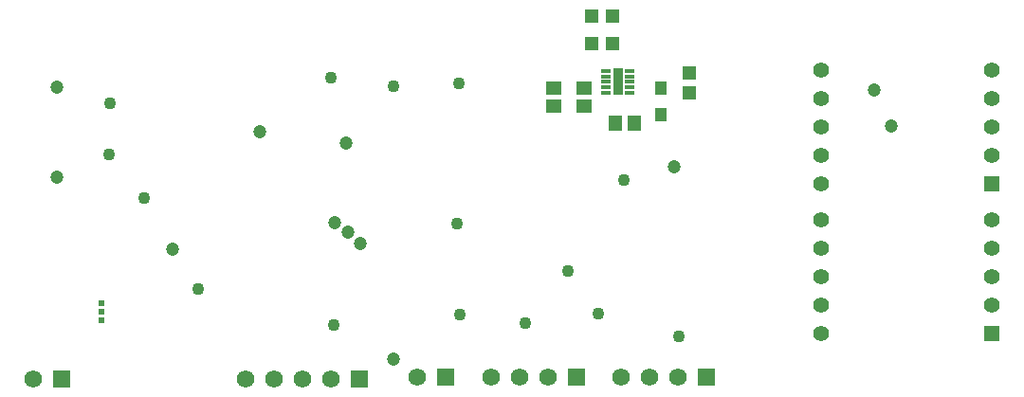
<source format=gbr>
G04*
G04 #@! TF.GenerationSoftware,Altium Limited,Altium Designer,24.7.2 (38)*
G04*
G04 Layer_Color=16711935*
%FSLAX25Y25*%
%MOIN*%
G70*
G04*
G04 #@! TF.SameCoordinates,557B2C77-FFCE-42D9-A2FA-4134FEC932EB*
G04*
G04*
G04 #@! TF.FilePolarity,Negative*
G04*
G01*
G75*
%ADD23R,0.04724X0.04724*%
%ADD29R,0.04940X0.05733*%
%ADD30R,0.03937X0.04528*%
%ADD31R,0.05733X0.04940*%
%ADD36R,0.04724X0.04724*%
G04:AMPARAMS|DCode=49|XSize=34.13mil|YSize=15.63mil|CornerRadius=2.87mil|HoleSize=0mil|Usage=FLASHONLY|Rotation=0.000|XOffset=0mil|YOffset=0mil|HoleType=Round|Shape=RoundedRectangle|*
%AMROUNDEDRECTD49*
21,1,0.03413,0.00989,0,0,0.0*
21,1,0.02839,0.01563,0,0,0.0*
1,1,0.00574,0.01420,-0.00494*
1,1,0.00574,-0.01420,-0.00494*
1,1,0.00574,-0.01420,0.00494*
1,1,0.00574,0.01420,0.00494*
%
%ADD49ROUNDEDRECTD49*%
%ADD50R,0.03607X0.09749*%
%ADD56C,0.02375*%
%ADD57C,0.04737*%
%ADD58C,0.06194*%
%ADD59R,0.06194X0.06194*%
%ADD60R,0.05595X0.05595*%
%ADD61C,0.05595*%
%ADD62C,0.04343*%
D23*
X247500Y127543D02*
D03*
Y120457D02*
D03*
D29*
X221749Y110000D02*
D03*
X228251D02*
D03*
D30*
X237500Y122126D02*
D03*
Y112874D02*
D03*
D31*
X210500Y115749D02*
D03*
Y122251D02*
D03*
X200000Y115749D02*
D03*
Y122251D02*
D03*
D36*
X213457Y138000D02*
D03*
X220543D02*
D03*
Y147500D02*
D03*
X213457D02*
D03*
D49*
X218483Y120503D02*
D03*
Y122472D02*
D03*
Y124440D02*
D03*
Y126409D02*
D03*
Y128377D02*
D03*
X226517D02*
D03*
Y126409D02*
D03*
Y124440D02*
D03*
Y122472D02*
D03*
Y120503D02*
D03*
D50*
X222500Y124440D02*
D03*
D56*
X41000Y46440D02*
D03*
X222500Y121500D02*
D03*
Y124440D02*
D03*
Y127380D02*
D03*
X41000Y43500D02*
D03*
Y40560D02*
D03*
D57*
X25205Y122488D02*
D03*
Y90992D02*
D03*
X312500Y121500D02*
D03*
X242255Y94666D02*
D03*
X143500Y27000D02*
D03*
X96500Y107000D02*
D03*
X66000Y65500D02*
D03*
X127000Y103000D02*
D03*
X132000Y67500D02*
D03*
X127500Y71500D02*
D03*
X123000Y75000D02*
D03*
X318500Y109000D02*
D03*
D58*
X178000Y20500D02*
D03*
X188000D02*
D03*
X198000D02*
D03*
X17000Y20000D02*
D03*
X152000Y20500D02*
D03*
X91500Y20000D02*
D03*
X101500D02*
D03*
X111500D02*
D03*
X121500D02*
D03*
X223500Y20500D02*
D03*
X233500D02*
D03*
X243500D02*
D03*
D59*
X208000D02*
D03*
X27000Y20000D02*
D03*
X162000Y20500D02*
D03*
X131500Y20000D02*
D03*
X253500Y20500D02*
D03*
D60*
X354000Y36000D02*
D03*
Y88500D02*
D03*
D61*
Y46000D02*
D03*
Y56000D02*
D03*
Y66000D02*
D03*
Y76000D02*
D03*
X294000D02*
D03*
Y66000D02*
D03*
Y56000D02*
D03*
Y46000D02*
D03*
Y36000D02*
D03*
X354000Y98500D02*
D03*
Y108500D02*
D03*
Y118500D02*
D03*
Y128500D02*
D03*
X294000D02*
D03*
Y118500D02*
D03*
Y108500D02*
D03*
Y98500D02*
D03*
Y88500D02*
D03*
D62*
X56000Y83500D02*
D03*
X43500Y99000D02*
D03*
X44000Y117000D02*
D03*
X143500Y123000D02*
D03*
X166500Y124000D02*
D03*
X166000Y74500D02*
D03*
X244000Y35000D02*
D03*
X215500Y43000D02*
D03*
X190000Y39500D02*
D03*
X122500Y39000D02*
D03*
X224500Y90000D02*
D03*
X205000Y58000D02*
D03*
X167000Y42500D02*
D03*
X121500Y126000D02*
D03*
X75000Y51500D02*
D03*
M02*

</source>
